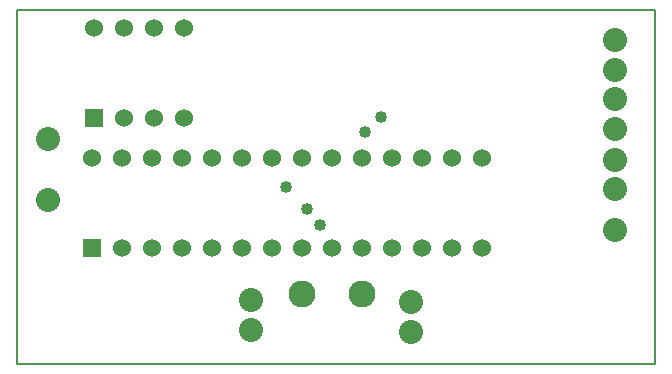
<source format=gbr>
G04 PROTEUS RS274X GERBER FILE*
%FSLAX45Y45*%
%MOMM*%
G01*
%ADD24C,1.016000*%
%AMPPAD017*
4,1,36,
-0.762000,-0.635000,
-0.762000,0.635000,
-0.759470,0.660970,
-0.752200,0.684980,
-0.740650,0.706580,
-0.725290,0.725290,
-0.706570,0.740650,
-0.684980,0.752200,
-0.660970,0.759470,
-0.635000,0.762000,
0.635000,0.762000,
0.660970,0.759470,
0.684980,0.752200,
0.706570,0.740650,
0.725290,0.725290,
0.740650,0.706580,
0.752200,0.684980,
0.759470,0.660970,
0.762000,0.635000,
0.762000,-0.635000,
0.759470,-0.660970,
0.752200,-0.684980,
0.740650,-0.706580,
0.725290,-0.725290,
0.706570,-0.740650,
0.684980,-0.752200,
0.660970,-0.759470,
0.635000,-0.762000,
-0.635000,-0.762000,
-0.660970,-0.759470,
-0.684980,-0.752200,
-0.706570,-0.740650,
-0.725290,-0.725290,
-0.740650,-0.706580,
-0.752200,-0.684980,
-0.759470,-0.660970,
-0.762000,-0.635000,
0*%
%ADD25PPAD017*%
%ADD16C,1.524000*%
%AMPPAD018*
4,1,36,
-0.635000,0.762000,
0.635000,0.762000,
0.660970,0.759470,
0.684980,0.752200,
0.706580,0.740650,
0.725290,0.725290,
0.740650,0.706570,
0.752200,0.684980,
0.759470,0.660970,
0.762000,0.635000,
0.762000,-0.635000,
0.759470,-0.660970,
0.752200,-0.684980,
0.740650,-0.706570,
0.725290,-0.725290,
0.706580,-0.740650,
0.684980,-0.752200,
0.660970,-0.759470,
0.635000,-0.762000,
-0.635000,-0.762000,
-0.660970,-0.759470,
-0.684980,-0.752200,
-0.706580,-0.740650,
-0.725290,-0.725290,
-0.740650,-0.706570,
-0.752200,-0.684980,
-0.759470,-0.660970,
-0.762000,-0.635000,
-0.762000,0.635000,
-0.759470,0.660970,
-0.752200,0.684980,
-0.740650,0.706570,
-0.725290,0.725290,
-0.706580,0.740650,
-0.684980,0.752200,
-0.660970,0.759470,
-0.635000,0.762000,
0*%
%ADD26PPAD018*%
%ADD19C,2.032000*%
%ADD29C,2.286000*%
%ADD20C,0.203200*%
%TD.AperFunction*%
D24*
X-8910265Y+10304787D03*
X-8734628Y+10122393D03*
X-8623068Y+9983144D03*
X-8242142Y+10771043D03*
X-8108265Y+10896648D03*
D25*
X-10558000Y+9788000D03*
D16*
X-10304000Y+9788000D03*
X-10050000Y+9788000D03*
X-9796000Y+9788000D03*
X-9542000Y+9788000D03*
X-9288000Y+9788000D03*
X-9034000Y+9788000D03*
X-8780000Y+9788000D03*
X-8526000Y+9788000D03*
X-8272000Y+9788000D03*
X-8018000Y+9788000D03*
X-7764000Y+9788000D03*
X-7510000Y+9788000D03*
X-7256000Y+9788000D03*
X-7256000Y+10550000D03*
X-7510000Y+10550000D03*
X-7764000Y+10550000D03*
X-8018000Y+10550000D03*
X-8272000Y+10550000D03*
X-8526000Y+10550000D03*
X-8780000Y+10550000D03*
X-9034000Y+10550000D03*
X-9288000Y+10550000D03*
X-9542000Y+10550000D03*
X-9796000Y+10550000D03*
X-10050000Y+10550000D03*
X-10304000Y+10550000D03*
X-10556000Y+10550000D03*
D26*
X-10540000Y+10890000D03*
D16*
X-10286000Y+10890000D03*
X-10032000Y+10890000D03*
X-9778000Y+10890000D03*
X-9778000Y+11652000D03*
X-10032000Y+11652000D03*
X-10286000Y+11652000D03*
X-10540000Y+11652000D03*
D19*
X-6130000Y+10290000D03*
X-6130000Y+10540000D03*
X-6130000Y+10800000D03*
X-6130000Y+11050000D03*
X-10930000Y+10200000D03*
X-10930000Y+10710000D03*
X-6130000Y+11300000D03*
X-6130000Y+11550000D03*
X-6130000Y+9940000D03*
X-6130000Y+10290000D03*
D29*
X-8270000Y+9400000D03*
X-8778000Y+9400000D03*
D19*
X-7860000Y+9076000D03*
X-7860000Y+9330000D03*
X-9210000Y+9096000D03*
X-9210000Y+9350000D03*
D20*
X-11190000Y+8810000D02*
X-5790000Y+8810000D01*
X-5790000Y+11810000D01*
X-11190000Y+11810000D01*
X-11190000Y+8810000D01*
M02*

</source>
